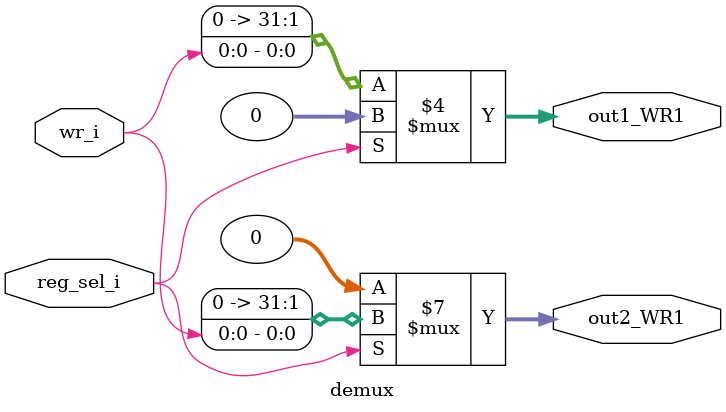
<source format=sv>
`timescale 1ns / 1ps

module demux(
    input logic wr_i,
    input logic reg_sel_i,
    output logic [31:0] out1_WR1,
    output logic [31:0] out2_WR1
    );
    
always_comb begin
    if (reg_sel_i)
        out2_WR1 = wr_i;
    else
        out2_WR1 = 1'b0;
end

always_comb begin 
    if (reg_sel_i)
        out1_WR1 = 1'b0;
    else 
        out1_WR1 = wr_i;
end
endmodule

</source>
